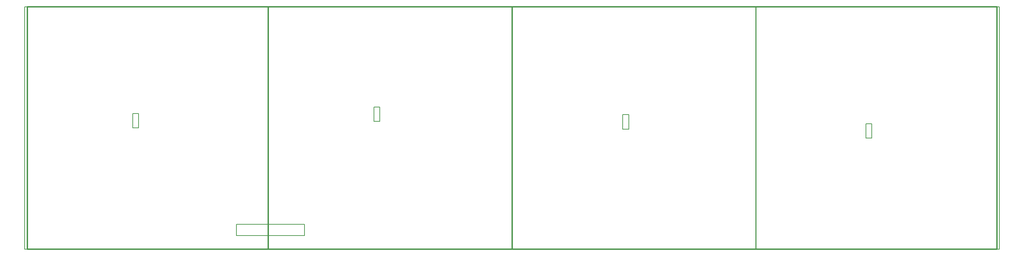
<source format=gbr>
%FSLAX34Y34*%
%MOMM*%
%LNSILK_TOP*%
G71*
G01*
%ADD10C, 0.333*%
%ADD11C, 0.167*%
%LPD*%
G54D10*
X7183Y1666D02*
X7183Y603666D01*
X2407183Y603666D01*
X2407183Y1666D01*
X7183Y1666D01*
G54D11*
X2097289Y277735D02*
X2082289Y277735D01*
X2082289Y313741D01*
X2097289Y313741D01*
X2097289Y277735D01*
G54D11*
X1495665Y299934D02*
X1480665Y299934D01*
X1480665Y335940D01*
X1495665Y335940D01*
X1495665Y299934D01*
G54D11*
X282943Y303156D02*
X267943Y303156D01*
X267943Y339162D01*
X282943Y339162D01*
X282943Y303156D01*
G54D11*
X879780Y318982D02*
X864780Y318982D01*
X864780Y354988D01*
X879780Y354988D01*
X879780Y318982D01*
G54D11*
X1810737Y603666D02*
X2412737Y603666D01*
X2412737Y1666D01*
X1810737Y1666D01*
X1810737Y603666D01*
G54D11*
X1207554Y603666D02*
X1809554Y603666D01*
X1809554Y1666D01*
X1207554Y1666D01*
X1207554Y603666D01*
G54D11*
X604364Y603666D02*
X1206364Y603666D01*
X1206364Y1666D01*
X604364Y1666D01*
X604364Y603666D01*
G54D11*
X834Y603666D02*
X602834Y603666D01*
X602834Y1666D01*
X834Y1666D01*
X834Y603666D01*
G54D11*
X693440Y63286D02*
X693440Y35286D01*
X524440Y35286D01*
X524440Y63286D01*
X693440Y63286D01*
M02*

</source>
